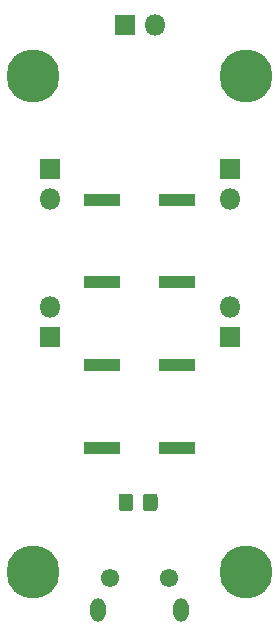
<source format=gbr>
G04 #@! TF.GenerationSoftware,KiCad,Pcbnew,(5.1.6)-1*
G04 #@! TF.CreationDate,2021-01-24T21:52:35-08:00*
G04 #@! TF.ProjectId,infrared_remote,696e6672-6172-4656-945f-72656d6f7465,rev?*
G04 #@! TF.SameCoordinates,Original*
G04 #@! TF.FileFunction,Soldermask,Bot*
G04 #@! TF.FilePolarity,Negative*
%FSLAX46Y46*%
G04 Gerber Fmt 4.6, Leading zero omitted, Abs format (unit mm)*
G04 Created by KiCad (PCBNEW (5.1.6)-1) date 2021-01-24 21:52:35*
%MOMM*%
%LPD*%
G01*
G04 APERTURE LIST*
%ADD10C,0.800000*%
%ADD11C,4.500000*%
%ADD12R,3.100000X1.100000*%
%ADD13O,1.800000X1.800000*%
%ADD14R,1.800000X1.800000*%
%ADD15O,1.300000X2.000000*%
%ADD16C,1.550000*%
G04 APERTURE END LIST*
D10*
G04 #@! TO.C,H4*
X105924726Y-85733274D03*
X104758000Y-85250000D03*
X103591274Y-85733274D03*
X103108000Y-86900000D03*
X103591274Y-88066726D03*
X104758000Y-88550000D03*
X105924726Y-88066726D03*
X106408000Y-86900000D03*
D11*
X104758000Y-86900000D03*
G04 #@! TD*
D10*
G04 #@! TO.C,H3*
X105924726Y-43733274D03*
X104758000Y-43250000D03*
X103591274Y-43733274D03*
X103108000Y-44900000D03*
X103591274Y-46066726D03*
X104758000Y-46550000D03*
X105924726Y-46066726D03*
X106408000Y-44900000D03*
D11*
X104758000Y-44900000D03*
G04 #@! TD*
D10*
G04 #@! TO.C,H2*
X87924726Y-85733274D03*
X86758000Y-85250000D03*
X85591274Y-85733274D03*
X85108000Y-86900000D03*
X85591274Y-88066726D03*
X86758000Y-88550000D03*
X87924726Y-88066726D03*
X88408000Y-86900000D03*
D11*
X86758000Y-86900000D03*
G04 #@! TD*
D10*
G04 #@! TO.C,H1*
X87924726Y-43733274D03*
X86758000Y-43250000D03*
X85591274Y-43733274D03*
X85108000Y-44900000D03*
X85591274Y-46066726D03*
X86758000Y-46550000D03*
X87924726Y-46066726D03*
X88408000Y-44900000D03*
D11*
X86758000Y-44900000D03*
G04 #@! TD*
D12*
G04 #@! TO.C,SW4*
X92583000Y-76407800D03*
X98933000Y-76407800D03*
G04 #@! TD*
G04 #@! TO.C,SW3*
X92583000Y-69407800D03*
X98933000Y-69407800D03*
G04 #@! TD*
G04 #@! TO.C,SW2*
X92583000Y-62407800D03*
X98933000Y-62407800D03*
G04 #@! TD*
G04 #@! TO.C,SW1*
X92583000Y-55407800D03*
X98933000Y-55407800D03*
G04 #@! TD*
D13*
G04 #@! TO.C,J6*
X97048000Y-40640000D03*
D14*
X94508000Y-40640000D03*
G04 #@! TD*
D13*
G04 #@! TO.C,J5*
X103378000Y-64516000D03*
D14*
X103378000Y-67056000D03*
G04 #@! TD*
D13*
G04 #@! TO.C,J4*
X88138000Y-64516000D03*
D14*
X88138000Y-67056000D03*
G04 #@! TD*
D13*
G04 #@! TO.C,J3*
X88188000Y-55372000D03*
D14*
X88188000Y-52832000D03*
G04 #@! TD*
D13*
G04 #@! TO.C,J2*
X103428000Y-55372000D03*
D14*
X103428000Y-52832000D03*
G04 #@! TD*
D15*
G04 #@! TO.C,J1*
X99258000Y-90137500D03*
X92258000Y-90137500D03*
D16*
X98258000Y-87437500D03*
X93258000Y-87437500D03*
G04 #@! TD*
G04 #@! TO.C,D1*
G36*
G01*
X96031000Y-81504262D02*
X96031000Y-80547738D01*
G75*
G02*
X96302738Y-80276000I271738J0D01*
G01*
X97009262Y-80276000D01*
G75*
G02*
X97281000Y-80547738I0J-271738D01*
G01*
X97281000Y-81504262D01*
G75*
G02*
X97009262Y-81776000I-271738J0D01*
G01*
X96302738Y-81776000D01*
G75*
G02*
X96031000Y-81504262I0J271738D01*
G01*
G37*
G36*
G01*
X93981000Y-81504262D02*
X93981000Y-80547738D01*
G75*
G02*
X94252738Y-80276000I271738J0D01*
G01*
X94959262Y-80276000D01*
G75*
G02*
X95231000Y-80547738I0J-271738D01*
G01*
X95231000Y-81504262D01*
G75*
G02*
X94959262Y-81776000I-271738J0D01*
G01*
X94252738Y-81776000D01*
G75*
G02*
X93981000Y-81504262I0J271738D01*
G01*
G37*
G04 #@! TD*
M02*

</source>
